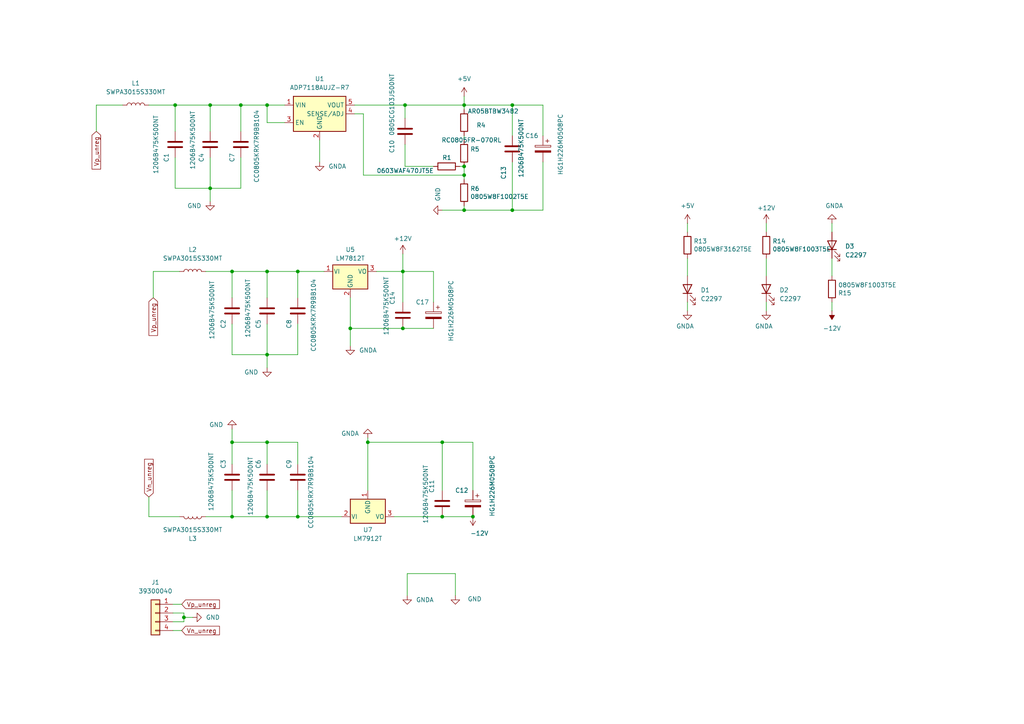
<source format=kicad_sch>
(kicad_sch (version 20250114) (generator "eeschema") (generator_version "9.0")
  (paper "A4")
  (lib_symbols
    (symbol "Connector_Generic:Conn_01x04" (pin_names (offset 1.016) (hide yes))
      (property "Reference" "J" (at 0 5.08 0))
      (property "Value" "Conn_01x04" (at 0 -7.62 0))
      (symbol "Conn_01x04_1_1"
        (rectangle (start -1.27 3.81) (end 1.27 -6.35) (stroke (width 0.254)) (fill (type background)))
        (rectangle (start -1.27 2.667) (end 0 2.413) (stroke (width 0.1524)))
        (rectangle (start -1.27 0.127) (end 0 -0.127) (stroke (width 0.1524)))
        (rectangle (start -1.27 -2.413) (end 0 -2.667) (stroke (width 0.1524)))
        (rectangle (start -1.27 -4.953) (end 0 -5.207) (stroke (width 0.1524)))
        (pin passive line (at -5.08 2.54 0) (length 3.81) (name "Pin_1") (number "1"))
        (pin passive line (at -5.08 0 0) (length 3.81) (name "Pin_2") (number "2"))
        (pin passive line (at -5.08 -2.54 0) (length 3.81) (name "Pin_3") (number "3"))
        (pin passive line (at -5.08 -5.08 0) (length 3.81) (name "Pin_4") (number "4"))
      )
    )
    (symbol "Device:C" (pin_numbers (hide yes)) (pin_names (offset 0.254))
      (property "Reference" "C" (at 0.635 2.54 0))
      (property "Value" "C" (at 0.635 -2.54 0))
      (symbol "C_0_1"
        (polyline (pts (xy -2.032 0.762) (xy 2.032 0.762)) (stroke (width 0.508)))
        (polyline (pts (xy -2.032 -0.762) (xy 2.032 -0.762)) (stroke (width 0.508)))
      )
      (symbol "C_1_1"
        (pin passive line (at 0 3.81 270) (length 2.794) (name "~") (number "1"))
        (pin passive line (at 0 -3.81 90) (length 2.794) (name "~") (number "2"))
      )
    )
    (symbol "Device:C_Polarized" (pin_numbers (hide yes)) (pin_names (offset 0.254))
      (property "Reference" "C" (at 0.635 2.54 0))
      (property "Value" "C_Polarized" (at 0.635 -2.54 0))
      (symbol "C_Polarized_0_1"
        (rectangle (start -2.286 0.508) (end 2.286 1.016))
        (polyline (pts (xy -1.778 2.286) (xy -0.762 2.286)))
        (polyline (pts (xy -1.27 2.794) (xy -1.27 1.778)))
        (rectangle (start 2.286 -0.508) (end -2.286 -1.016) (fill (type outline)))
      )
      (symbol "C_Polarized_1_1"
        (pin passive line (at 0 3.81 270) (length 2.794) (name "~") (number "1"))
        (pin passive line (at 0 -3.81 90) (length 2.794) (name "~") (number "2"))
      )
    )
    (symbol "Device:L" (pin_numbers (hide yes)) (pin_names (offset 1.016) (hide yes))
      (property "Reference" "L" (at -1.27 0 90))
      (property "Value" "L" (at 1.905 0 90))
      (symbol "L_0_1"
        (arc (start 0 2.54) (mid 0.6323 1.905) (end 0 1.27))
        (arc (start 0 1.27) (mid 0.6323 0.635) (end 0 0))
        (arc (start 0 0) (mid 0.6323 -0.635) (end 0 -1.27))
        (arc (start 0 -1.27) (mid 0.6323 -1.905) (end 0 -2.54))
      )
      (symbol "L_1_1"
        (pin passive line (at 0 3.81 270) (length 1.27) (name "1") (number "1"))
        (pin passive line (at 0 -3.81 90) (length 1.27) (name "2") (number "2"))
      )
    )
    (symbol "Device:LED" (pin_numbers (hide yes)) (pin_names (offset 1.016) (hide yes))
      (property "Reference" "D" (at 0 2.54 0))
      (property "Value" "LED" (at 0 -2.54 0))
      (symbol "LED_0_1"
        (polyline (pts (xy -3.048 -0.762) (xy -4.572 -2.286) (xy -3.81 -2.286) (xy -4.572 -2.286) (xy -4.572 -1.524)))
        (polyline (pts (xy -1.778 -0.762) (xy -3.302 -2.286) (xy -2.54 -2.286) (xy -3.302 -2.286) (xy -3.302 -1.524)))
        (polyline (pts (xy -1.27 0) (xy 1.27 0)))
        (polyline (pts (xy -1.27 -1.27) (xy -1.27 1.27)) (stroke (width 0.254)))
        (polyline (pts (xy 1.27 -1.27) (xy 1.27 1.27) (xy -1.27 0) (xy 1.27 -1.27)) (stroke (width 0.254)))
      )
      (symbol "LED_1_1"
        (pin passive line (at -3.81 0 0) (length 2.54) (name "K") (number "1"))
        (pin passive line (at 3.81 0 180) (length 2.54) (name "A") (number "2"))
      )
    )
    (symbol "Device:R" (pin_numbers (hide yes)) (pin_names (offset 0))
      (property "Reference" "R" (at 2.032 0 90))
      (property "Value" "R" (at 0 0 90))
      (symbol "R_0_1"
        (rectangle (start -1.016 -2.54) (end 1.016 2.54) (stroke (width 0.254)))
      )
      (symbol "R_1_1"
        (pin passive line (at 0 3.81 270) (length 1.27) (name "~") (number "1"))
        (pin passive line (at 0 -3.81 90) (length 1.27) (name "~") (number "2"))
      )
    )
    (symbol "Regulator_Linear:ADP7142AUJZ"
      (property "Reference" "U" (at 0 8.89 0))
      (property "Value" "ADP7142AUJZ" (at 0 6.35 0))
      (symbol "ADP7142AUJZ_0_1"
        (rectangle (start -7.62 5.08) (end 7.62 -5.08) (stroke (width 0.254)) (fill (type background)))
      )
      (symbol "ADP7142AUJZ_1_1"
        (pin power_in line (at -10.16 2.54 0) (length 2.54) (name "VIN") (number "1"))
        (pin input line (at -10.16 -2.54 0) (length 2.54) (name "EN") (number "3"))
        (pin power_in line (at 0 -7.62 90) (length 2.54) (name "GND") (number "2"))
        (pin power_out line (at 10.16 2.54 180) (length 2.54) (name "VOUT") (number "5"))
        (pin input line (at 10.16 0 180) (length 2.54) (name "SENSE/ADJ") (number "4"))
      )
    )
    (symbol "Regulator_Linear:LM7812_TO220" (pin_names (offset 0.254))
      (property "Reference" "U" (at -3.81 3.175 0))
      (property "Value" "LM7812_TO220" (at 0 3.175 0))
      (symbol "LM7812_TO220_0_1"
        (rectangle (start -5.08 1.905) (end 5.08 -5.08) (stroke (width 0.254)) (fill (type background)))
      )
      (symbol "LM7812_TO220_1_1"
        (pin power_in line (at -7.62 0 0) (length 2.54) (name "VI") (number "1"))
        (pin power_in line (at 0 -7.62 90) (length 2.54) (name "GND") (number "2"))
        (pin power_out line (at 7.62 0 180) (length 2.54) (name "VO") (number "3"))
      )
    )
    (symbol "Regulator_Linear:LM7912_TO220" (pin_names (offset 0.254))
      (property "Reference" "U" (at -3.81 -3.175 0))
      (property "Value" "LM7912_TO220" (at 0 -3.175 0))
      (symbol "LM7912_TO220_0_1"
        (rectangle (start -5.08 5.08) (end 5.08 -1.905) (stroke (width 0.254)) (fill (type background)))
      )
      (symbol "LM7912_TO220_1_1"
        (pin power_in line (at -7.62 0 0) (length 2.54) (name "VI") (number "2"))
        (pin power_in line (at 0 7.62 270) (length 2.54) (name "GND") (number "1"))
        (pin power_out line (at 7.62 0 180) (length 2.54) (name "VO") (number "3"))
      )
    )
    (symbol "power:+12V" (power) (pin_numbers (hide yes)) (pin_names (offset 0) (hide yes))
      (property "Value" "+12V" (at 0 3.556 0))
      (symbol "+12V_0_1"
        (polyline (pts (xy -0.762 1.27) (xy 0 2.54)))
        (polyline (pts (xy 0 2.54) (xy 0.762 1.27)))
        (polyline (pts (xy 0 0) (xy 0 2.54)))
      )
      (symbol "+12V_1_1"
        (pin power_in line (at 0 0 90) (length 0) (name "~") (number "1"))
      )
    )
    (symbol "power:-12V" (power) (pin_numbers (hide yes)) (pin_names (offset 0) (hide yes))
      (property "Value" "-12V" (at 0 3.556 0))
      (symbol "-12V_0_0"
        (pin power_in line (at 0 0 90) (length 0) (name "~") (number "1"))
      )
      (symbol "-12V_0_1"
        (polyline (pts (xy 0 0) (xy 0 1.27) (xy 0.762 1.27) (xy 0 2.54) (xy -0.762 1.27) (xy 0 1.27)) (fill (type outline)))
      )
    )
    (symbol "power:GND" (power) (pin_names (offset 0))
      (property "Value" "GND" (at 0 -3.81 0))
      (symbol "GND_0_1"
        (polyline (pts (xy 0 0) (xy 0 -1.27) (xy 1.27 -1.27) (xy 0 -2.54) (xy -1.27 -1.27) (xy 0 -1.27)))
      )
      (symbol "GND_1_1"
        (pin power_in line (at 0 0 270) (length 0) (hide yes) (name "GND") (number "1"))
      )
    )
  )
  (junction (at 101.6 95.25))
  (junction (at 106.68 128.27))
  (junction (at 134.62 60.96))
  (junction (at 53.34 179.07))
  (junction (at 60.96 30.48))
  (junction (at 86.36 78.74))
  (junction (at 116.84 78.74))
  (junction (at 134.62 48.26))
  (junction (at 67.31 149.86))
  (junction (at 67.31 78.74))
  (junction (at 77.47 149.86))
  (junction (at 134.62 30.48))
  (junction (at 67.31 128.27))
  (junction (at 148.59 30.48))
  (junction (at 60.96 54.61))
  (junction (at 77.47 30.48))
  (junction (at 117.475 30.48))
  (junction (at 128.27 149.86))
  (junction (at 134.62 50.8))
  (junction (at 148.59 60.96))
  (junction (at 69.85 30.48))
  (junction (at 116.84 95.25))
  (junction (at 137.16 149.86))
  (junction (at 77.47 102.87))
  (junction (at 50.8 30.48))
  (junction (at 86.36 149.86))
  (junction (at 77.47 78.74))
  (junction (at 77.47 128.27))
  (junction (at 128.27 128.27))
  (wire (pts (xy 148.59 60.96) (xy 157.48 60.96)))
  (wire (pts (xy 77.47 35.56) (xy 77.47 30.48)))
  (wire (pts (xy 137.16 128.27) (xy 137.16 142.24)))
  (wire (pts (xy 86.36 93.98) (xy 86.36 102.87)))
  (wire (pts (xy 86.36 128.27) (xy 77.47 128.27)))
  (wire (pts (xy 77.47 149.86) (xy 86.36 149.86)))
  (wire (pts (xy 106.68 128.27) (xy 106.68 142.24)))
  (wire (pts (xy 134.62 27.94) (xy 134.62 30.48)))
  (wire (pts (xy 86.36 102.87) (xy 77.47 102.87)))
  (wire (pts (xy 52.07 78.74) (xy 44.45 78.74)))
  (wire (pts (xy 101.6 95.25) (xy 116.84 95.25)))
  (wire (pts (xy 77.47 102.87) (xy 67.31 102.87)))
  (wire (pts (xy 105.41 33.02) (xy 105.41 50.8)))
  (wire (pts (xy 60.96 54.61) (xy 50.8 54.61)))
  (wire (pts (xy 69.85 38.1) (xy 69.85 30.48)))
  (wire (pts (xy 67.31 149.86) (xy 77.47 149.86)))
  (wire (pts (xy 133.35 48.26) (xy 134.62 48.26)))
  (wire (pts (xy 102.87 30.48) (xy 117.475 30.48)))
  (wire (pts (xy 106.68 127) (xy 106.68 128.27)))
  (wire (pts (xy 86.36 78.74) (xy 93.98 78.74)))
  (wire (pts (xy 134.62 52.07) (xy 134.62 50.8)))
  (wire (pts (xy 82.55 35.56) (xy 77.47 35.56)))
  (wire (pts (xy 116.84 78.74) (xy 116.84 87.63)))
  (wire (pts (xy 128.27 128.27) (xy 128.27 142.24)))
  (wire (pts (xy 241.3 80.01) (xy 241.3 74.93)))
  (wire (pts (xy 116.84 95.25) (xy 125.73 95.25)))
  (wire (pts (xy 53.34 180.34) (xy 50.165 180.34)))
  (wire (pts (xy 148.59 30.48) (xy 157.48 30.48)))
  (wire (pts (xy 60.96 38.1) (xy 60.96 30.48)))
  (wire (pts (xy 77.47 134.62) (xy 77.47 128.27)))
  (wire (pts (xy 222.25 64.77) (xy 222.25 67.31)))
  (wire (pts (xy 128.27 128.27) (xy 137.16 128.27)))
  (wire (pts (xy 44.45 78.74) (xy 44.45 86.36)))
  (wire (pts (xy 86.36 142.24) (xy 86.36 149.86)))
  (wire (pts (xy 134.62 60.96) (xy 148.59 60.96)))
  (wire (pts (xy 222.25 74.93) (xy 222.25 80.01)))
  (wire (pts (xy 241.3 90.17) (xy 241.3 87.63)))
  (wire (pts (xy 77.47 86.36) (xy 77.47 78.74)))
  (wire (pts (xy 157.48 46.99) (xy 157.48 60.96)))
  (wire (pts (xy 50.8 30.48) (xy 50.8 38.1)))
  (wire (pts (xy 53.34 179.07) (xy 55.88 179.07)))
  (wire (pts (xy 67.31 149.86) (xy 67.31 142.24)))
  (wire (pts (xy 69.85 30.48) (xy 77.47 30.48)))
  (wire (pts (xy 125.73 78.74) (xy 125.73 87.63)))
  (wire (pts (xy 118.11 172.72) (xy 118.11 166.37)))
  (wire (pts (xy 52.705 175.26) (xy 50.165 175.26)))
  (wire (pts (xy 241.3 67.31) (xy 241.3 64.77)))
  (wire (pts (xy 69.85 54.61) (xy 60.96 54.61)))
  (wire (pts (xy 117.475 41.91) (xy 117.475 48.26)))
  (wire (pts (xy 60.96 30.48) (xy 69.85 30.48)))
  (wire (pts (xy 77.47 142.24) (xy 77.47 149.86)))
  (wire (pts (xy 101.6 100.33) (xy 101.6 95.25)))
  (wire (pts (xy 59.69 149.86) (xy 67.31 149.86)))
  (wire (pts (xy 109.22 78.74) (xy 116.84 78.74)))
  (wire (pts (xy 67.31 93.98) (xy 67.31 102.87)))
  (wire (pts (xy 116.84 78.74) (xy 125.73 78.74)))
  (wire (pts (xy 199.39 87.63) (xy 199.39 90.17)))
  (wire (pts (xy 134.62 31.75) (xy 134.62 30.48)))
  (wire (pts (xy 77.47 102.87) (xy 77.47 106.68)))
  (wire (pts (xy 77.47 93.98) (xy 77.47 102.87)))
  (wire (pts (xy 43.18 30.48) (xy 50.8 30.48)))
  (wire (pts (xy 102.87 33.02) (xy 105.41 33.02)))
  (wire (pts (xy 52.705 182.88) (xy 50.165 182.88)))
  (wire (pts (xy 86.36 149.86) (xy 99.06 149.86)))
  (wire (pts (xy 86.36 134.62) (xy 86.36 128.27)))
  (wire (pts (xy 134.62 48.26) (xy 134.62 50.8)))
  (wire (pts (xy 43.18 144.145) (xy 43.18 149.86)))
  (wire (pts (xy 132.08 166.37) (xy 132.08 172.72)))
  (wire (pts (xy 86.36 86.36) (xy 86.36 78.74)))
  (wire (pts (xy 148.59 30.48) (xy 148.59 39.37)))
  (wire (pts (xy 60.96 45.72) (xy 60.96 54.61)))
  (wire (pts (xy 105.41 50.8) (xy 134.62 50.8)))
  (wire (pts (xy 92.71 46.99) (xy 92.71 40.64)))
  (wire (pts (xy 128.27 128.27) (xy 106.68 128.27)))
  (wire (pts (xy 134.62 60.96) (xy 134.62 59.69)))
  (wire (pts (xy 222.25 87.63) (xy 222.25 90.17)))
  (wire (pts (xy 77.47 78.74) (xy 86.36 78.74)))
  (wire (pts (xy 43.18 149.86) (xy 52.07 149.86)))
  (wire (pts (xy 134.62 39.37) (xy 134.62 40.64)))
  (wire (pts (xy 77.47 128.27) (xy 67.31 128.27)))
  (wire (pts (xy 128.27 149.86) (xy 137.16 149.86)))
  (wire (pts (xy 82.55 30.48) (xy 77.47 30.48)))
  (wire (pts (xy 128.27 60.96) (xy 134.62 60.96)))
  (wire (pts (xy 157.48 30.48) (xy 157.48 39.37)))
  (wire (pts (xy 67.31 134.62) (xy 67.31 128.27)))
  (wire (pts (xy 101.6 95.25) (xy 101.6 86.36)))
  (wire (pts (xy 27.94 30.48) (xy 27.94 38.1)))
  (wire (pts (xy 53.34 177.8) (xy 50.165 177.8)))
  (wire (pts (xy 114.3 149.86) (xy 128.27 149.86)))
  (wire (pts (xy 117.475 30.48) (xy 117.475 34.29)))
  (wire (pts (xy 53.34 177.8) (xy 53.34 179.07)))
  (wire (pts (xy 117.475 30.48) (xy 134.62 30.48)))
  (wire (pts (xy 67.31 128.27) (xy 67.31 124.46)))
  (wire (pts (xy 199.39 74.93) (xy 199.39 80.01)))
  (wire (pts (xy 116.84 73.66) (xy 116.84 78.74)))
  (wire (pts (xy 117.475 48.26) (xy 125.73 48.26)))
  (wire (pts (xy 148.59 46.99) (xy 148.59 60.96)))
  (wire (pts (xy 67.31 78.74) (xy 77.47 78.74)))
  (wire (pts (xy 67.31 78.74) (xy 67.31 86.36)))
  (wire (pts (xy 50.8 30.48) (xy 60.96 30.48)))
  (wire (pts (xy 69.85 45.72) (xy 69.85 54.61)))
  (wire (pts (xy 134.62 30.48) (xy 148.59 30.48)))
  (wire (pts (xy 35.56 30.48) (xy 27.94 30.48)))
  (wire (pts (xy 50.8 45.72) (xy 50.8 54.61)))
  (wire (pts (xy 53.34 179.07) (xy 53.34 180.34)))
  (wire (pts (xy 59.69 78.74) (xy 67.31 78.74)))
  (wire (pts (xy 118.11 166.37) (xy 132.08 166.37)))
  (wire (pts (xy 60.96 54.61) (xy 60.96 58.42)))
  (wire (pts (xy 199.39 64.77) (xy 199.39 67.31)))
  (global_label "Vp_unreg" (shape input) (at 52.705 175.26 0) (property "Intersheetrefs" "${INTERSHEET_REFS}" (effects (hide yes))))
  (global_label "Vp_unreg" (shape input) (at 44.45 86.36 270) (property "Intersheetrefs" "${INTERSHEET_REFS}" (effects (hide yes))))
  (global_label "Vp_unreg" (shape input) (at 27.94 38.1 270) (property "Intersheetrefs" "${INTERSHEET_REFS}" (effects (hide yes))))
  (global_label "Vn_unreg" (shape input) (at 43.18 144.145 90) (property "Intersheetrefs" "${INTERSHEET_REFS}" (effects (hide yes))))
  (global_label "Vn_unreg" (shape input) (at 52.705 182.88 0) (property "Intersheetrefs" "${INTERSHEET_REFS}" (effects (hide yes))))
  (symbol (lib_id "Regulator_Linear:LM7912_TO220") (at 106.68 149.86 0) (unit 1)
    (property "Reference" "U7" (at 106.68 153.67 0))
    (property "Value" "LM7912T" (at 106.68 156.21 0))
    (property "Footprint" "Package_TO_SOT_THT:TO-220-3_Vertical" (effects (hide yes)))
    (property "Datasheet" "hhttps://www.onsemi.com/pub/Collateral/MC7900-D.PDF" (effects (hide yes)))
    (property "Description" "Negative 1A 35V Linear Regulator, Fixed Output 12V, TO-220" (effects (hide yes)))
  )
  (symbol (lib_id "Device:C") (at 148.59 43.18 0) (unit 1)
    (property "Reference" "C13" (at 146.05 52.07 90) (effects (justify left)))
    (property "Value" "1206B475K500NT" (at 151.13 51.562 90) (effects (justify left)))
    (property "Footprint" "Capacitor_SMD:C_1206_3216Metric_Pad1.33x1.80mm_HandSolder" (effects (hide yes)))
  )
  (symbol (lib_id "Device:L") (at 55.88 149.86 90) (mirror x) (unit 1)
    (property "Reference" "L3" (at 55.88 156.21 90))
    (property "Value" "SWPA3015S330MT" (at 55.88 153.67 90))
    (property "Footprint" "Inductor_SMD:L_Taiyo-Yuden_MD-3030" (effects (hide yes)))
  )
  (symbol (lib_id "power:GND") (at 60.96 58.42 0) (unit 1)
    (property "Reference" "#PWR03" (effects (hide yes)))
    (property "Value" "GND" (at 58.42 59.6901 0) (effects (justify right)))
  )
  (symbol (lib_id "Device:LED") (at 241.3 71.12 90) (unit 1)
    (property "Reference" "D3" (at 245.11 71.4374 90) (effects (justify right)))
    (property "Value" "C2297" (at 245.11 73.9774 90) (effects (justify right)))
    (property "Footprint" "LED_SMD:LED_0805_2012Metric" (effects (hide yes)))
  )
  (symbol (lib_id "Device:C_Polarized") (at 125.73 91.44 0) (mirror y) (unit 1)
    (property "Reference" "C17" (at 124.46 87.63 0) (effects (justify left)))
    (property "Value" "HG1H226M0508PC" (at 130.81 99.06 90) (effects (justify left)))
    (property "Footprint" "Capacitor_THT:CP_Radial_D5.0mm_P2.00mm" (effects (hide yes)))
  )
  (symbol (lib_id "Device:C") (at 67.31 90.17 0) (mirror y) (unit 1)
    (property "Reference" "C2" (at 64.77 93.98 90))
    (property "Value" "1206B475K500NT" (at 61.468 89.916 90))
    (property "Footprint" "Capacitor_SMD:C_1206_3216Metric_Pad1.33x1.80mm_HandSolder" (effects (hide yes)))
  )
  (symbol (lib_id "Device:C") (at 60.96 41.91 0) (mirror y) (unit 1)
    (property "Reference" "C4" (at 58.42 45.72 90))
    (property "Value" "1206B475K500NT" (at 55.88 40.64 90))
    (property "Footprint" "Capacitor_SMD:C_1206_3216Metric_Pad1.33x1.80mm_HandSolder" (effects (hide yes)))
  )
  (symbol (lib_id "Device:R") (at 134.62 44.45 0) (mirror y) (unit 1)
    (property "Reference" "R5" (at 136.398 43.2816 0) (effects (justify right)))
    (property "Value" "RC0805FR-070RL" (at 128.016 40.64 0) (effects (justify right)))
    (property "Footprint" "Resistor_SMD:R_0805_2012Metric" (effects (hide yes)))
  )
  (symbol (lib_id "power:GND") (at 118.11 172.72 0) (unit 1)
    (property "Reference" "#PWR08" (effects (hide yes)))
    (property "Value" "GNDA" (at 120.65 173.9899 0) (effects (justify left)))
  )
  (symbol (lib_id "Device:C_Polarized") (at 137.16 146.05 0) (mirror y) (unit 1)
    (property "Reference" "C12" (at 135.89 142.24 0) (effects (justify left)))
    (property "Value" "HG1H226M0508PC" (at 142.748 149.86 90) (effects (justify left)))
    (property "Footprint" "Capacitor_THT:CP_Radial_D5.0mm_P2.00mm" (effects (hide yes)))
  )
  (symbol (lib_id "power:-12V") (at 241.3 90.17 180) (unit 1)
    (property "Reference" "#PWR021" (effects (hide yes)))
    (property "Value" "-12V" (at 241.3 95.25 0))
    (property "Description" "Power symbol creates a global label with name \"-12V\"" (effects (hide yes)))
  )
  (symbol (lib_id "Device:L") (at 39.37 30.48 90) (unit 1)
    (property "Reference" "L1" (at 39.37 24.13 90))
    (property "Value" "SWPA3015S330MT" (at 39.37 26.67 90))
    (property "Footprint" "Inductor_SMD:L_Taiyo-Yuden_MD-3030" (effects (hide yes)))
  )
  (symbol (lib_id "power:+12V") (at 199.39 64.77 0) (unit 1)
    (property "Reference" "#PWR016" (effects (hide yes)))
    (property "Value" "+5V" (at 199.39 59.69 0))
    (property "Description" "Power symbol creates a global label with name \"+12V\"" (effects (hide yes)))
  )
  (symbol (lib_id "Device:R") (at 199.39 71.12 0) (mirror y) (unit 1)
    (property "Reference" "R13" (at 201.168 69.9516 0) (effects (justify right)))
    (property "Value" "0805W8F3162T5E" (at 201.168 72.263 0) (effects (justify right)))
    (property "Footprint" "Resistor_SMD:R_0805_2012Metric" (effects (hide yes)))
  )
  (symbol (lib_id "Device:R") (at 222.25 71.12 0) (mirror y) (unit 1)
    (property "Reference" "R14" (at 224.028 69.9516 0) (effects (justify right)))
    (property "Value" "0805W8F1003T5E" (at 224.028 72.263 0) (effects (justify right)))
    (property "Footprint" "Resistor_SMD:R_0805_2012Metric" (effects (hide yes)))
  )
  (symbol (lib_id "Device:C") (at 69.85 41.91 0) (mirror y) (unit 1)
    (property "Reference" "C7" (at 67.31 45.72 90))
    (property "Value" "CC0805KRX7R9BB104" (at 74.422 42.418 90))
    (property "Footprint" "Capacitor_SMD:C_0805_2012Metric" (effects (hide yes)))
  )
  (symbol (lib_id "power:+12V") (at 137.16 149.86 180) (unit 1)
    (property "Reference" "#PWR011" (effects (hide yes)))
    (property "Value" "-12V" (at 136.398 154.686 0) (effects (justify right)))
    (property "Description" "Power symbol creates a global label with name \"+12V\"" (effects (hide yes)))
  )
  (symbol (lib_id "Device:LED") (at 199.39 83.82 90) (unit 1)
    (property "Reference" "D1" (at 203.2 84.1374 90) (effects (justify right)))
    (property "Value" "C2297" (at 203.2 86.6774 90) (effects (justify right)))
    (property "Footprint" "LED_SMD:LED_0805_2012Metric" (effects (hide yes)))
  )
  (symbol (lib_id "Device:L") (at 55.88 78.74 90) (unit 1)
    (property "Reference" "L2" (at 55.88 72.39 90))
    (property "Value" "SWPA3015S330MT" (at 55.88 74.93 90))
    (property "Footprint" "Inductor_SMD:L_Taiyo-Yuden_MD-3030" (effects (hide yes)))
  )
  (symbol (lib_id "power:GND") (at 106.68 127 0) (mirror x) (unit 1)
    (property "Reference" "#PWR07" (effects (hide yes)))
    (property "Value" "GNDA" (at 104.14 125.7299 0) (effects (justify right)))
  )
  (symbol (lib_id "Device:R") (at 134.62 35.56 0) (mirror y) (unit 1)
    (property "Reference" "R4" (at 138.176 36.322 0) (effects (justify right)))
    (property "Value" "AR05BTBW3482" (at 135.636 32.258 0) (effects (justify right)))
    (property "Footprint" "Resistor_SMD:R_0805_2012Metric" (effects (hide yes)))
  )
  (symbol (lib_id "Device:C") (at 50.8 41.91 0) (mirror y) (unit 1)
    (property "Reference" "C1" (at 48.26 45.72 90))
    (property "Value" "1206B475K500NT" (at 45.212 41.91 90))
    (property "Footprint" "Capacitor_SMD:C_1206_3216Metric_Pad1.33x1.80mm_HandSolder" (effects (hide yes)))
  )
  (symbol (lib_id "power:GND") (at 199.39 90.17 0) (unit 1)
    (property "Reference" "#PWR017" (effects (hide yes)))
    (property "Value" "GNDA" (at 201.295 94.615 0) (effects (justify right)))
  )
  (symbol (lib_id "power:GND") (at 241.3 64.77 180) (unit 1)
    (property "Reference" "#PWR020" (effects (hide yes)))
    (property "Value" "GNDA" (at 239.395 59.69 0) (effects (justify right)))
  )
  (symbol (lib_id "Device:C") (at 117.475 38.1 0) (unit 1)
    (property "Reference" "C10" (at 113.665 44.45 90) (effects (justify left)))
    (property "Value" "0805CG103J500NT" (at 113.665 39.37 90) (effects (justify left)))
    (property "Footprint" "Capacitor_SMD:C_0805_2012Metric" (effects (hide yes)))
  )
  (symbol (lib_id "Device:R") (at 134.62 55.88 0) (mirror y) (unit 1)
    (property "Reference" "R6" (at 136.398 54.7116 0) (effects (justify right)))
    (property "Value" "0805W8F1002T5E" (at 136.398 57.023 0) (effects (justify right)))
    (property "Footprint" "Resistor_SMD:R_0805_2012Metric" (effects (hide yes)))
  )
  (symbol (lib_id "Regulator_Linear:ADP7142AUJZ") (at 92.71 33.02 0) (unit 1)
    (property "Reference" "U1" (at 92.71 22.86 0))
    (property "Value" "ADP7118AUJZ-R7" (at 92.71 25.4 0))
    (property "Footprint" "Package_TO_SOT_SMD:TSOT-23-5" (effects (hide yes)))
    (property "Datasheet" "https://www.analog.com/media/en/technical-documentation/data-sheets/ADP7142.pdf" (effects (hide yes)))
  )
  (symbol (lib_id "power:GND") (at 132.08 172.72 0) (unit 1)
    (property "Reference" "#PWR09" (effects (hide yes)))
    (property "Value" "GND" (at 137.668 173.736 0))
  )
  (symbol (lib_id "Device:C_Polarized") (at 157.48 43.18 0) (mirror y) (unit 1)
    (property "Reference" "C16" (at 156.21 39.37 0) (effects (justify left)))
    (property "Value" "HG1H226M0508PC" (at 162.56 50.8 90) (effects (justify left)))
    (property "Footprint" "Capacitor_THT:CP_Radial_D5.0mm_P2.00mm" (effects (hide yes)))
  )
  (symbol (lib_id "power:GND") (at 101.6 100.33 0) (unit 1)
    (property "Reference" "#PWR06" (effects (hide yes)))
    (property "Value" "GNDA" (at 104.14 101.5999 0) (effects (justify left)))
  )
  (symbol (lib_id "Device:C") (at 86.36 138.43 180) (unit 1)
    (property "Reference" "C9" (at 83.82 134.62 90))
    (property "Value" "CC0805KRX7R9BB104" (at 90.17 142.748 90))
    (property "Footprint" "Capacitor_SMD:C_0805_2012Metric" (effects (hide yes)))
  )
  (symbol (lib_id "Device:R") (at 241.3 83.82 180) (unit 1)
    (property "Reference" "R15" (at 243.078 84.9884 0) (effects (justify right)))
    (property "Value" "0805W8F1003T5E" (at 243.078 82.677 0) (effects (justify right)))
    (property "Footprint" "Resistor_SMD:R_0805_2012Metric" (effects (hide yes)))
  )
  (symbol (lib_id "power:GND") (at 55.88 179.07 90) (unit 1)
    (property "Reference" "#PWR01" (effects (hide yes)))
    (property "Value" "GND" (at 59.69 179.07 90) (effects (justify right)))
  )
  (symbol (lib_id "Device:C") (at 86.36 90.17 0) (mirror y) (unit 1)
    (property "Reference" "C8" (at 83.82 93.98 90))
    (property "Value" "CC0805KRX7R9BB104" (at 90.932 91.44 90))
    (property "Footprint" "Capacitor_SMD:C_0805_2012Metric" (effects (hide yes)))
  )
  (symbol (lib_id "Device:C") (at 77.47 90.17 0) (mirror y) (unit 1)
    (property "Reference" "C5" (at 74.93 93.98 90))
    (property "Value" "1206B475K500NT" (at 71.882 89.408 90))
    (property "Footprint" "Capacitor_SMD:C_1206_3216Metric_Pad1.33x1.80mm_HandSolder" (effects (hide yes)))
  )
  (symbol (lib_id "Device:C") (at 128.27 146.05 0) (unit 1)
    (property "Reference" "C11" (at 125.222 143.002 90) (effects (justify left)))
    (property "Value" "1206B475K500NT" (at 123.444 151.892 90) (effects (justify left)))
    (property "Footprint" "Capacitor_SMD:C_1206_3216Metric_Pad1.33x1.80mm_HandSolder" (effects (hide yes)))
  )
  (symbol (lib_id "power:GND") (at 222.25 90.17 0) (unit 1)
    (property "Reference" "#PWR019" (effects (hide yes)))
    (property "Value" "GNDA" (at 224.155 94.615 0) (effects (justify right)))
  )
  (symbol (lib_id "Device:C") (at 77.47 138.43 180) (unit 1)
    (property "Reference" "C6" (at 74.93 134.62 90))
    (property "Value" "1206B475K500NT" (at 72.644 140.97 90))
    (property "Footprint" "Capacitor_SMD:C_1206_3216Metric_Pad1.33x1.80mm_HandSolder" (effects (hide yes)))
  )
  (symbol (lib_id "power:GND") (at 128.27 60.96 270) (unit 1)
    (property "Reference" "#PWR010" (effects (hide yes)))
    (property "Value" "GND" (at 126.9999 58.42 0) (effects (justify right)))
  )
  (symbol (lib_id "Regulator_Linear:LM7812_TO220") (at 101.6 78.74 0) (unit 1)
    (property "Reference" "U5" (at 101.6 72.39 0))
    (property "Value" "LM7812T" (at 101.6 74.93 0))
    (property "Footprint" "Package_TO_SOT_THT:TO-220-3_Vertical" (effects (hide yes)))
    (property "Datasheet" "https://www.onsemi.cn/PowerSolutions/document/MC7800-D.PDF" (effects (hide yes)))
    (property "Description" "Positive 1A 35V Linear Regulator, Fixed Output 12V, TO-220" (effects (hide yes)))
  )
  (symbol (lib_id "Device:C") (at 116.84 91.44 0) (unit 1)
    (property "Reference" "C14" (at 113.792 88.392 90) (effects (justify left)))
    (property "Value" "1206B475K500NT" (at 112.014 97.282 90) (effects (justify left)))
    (property "Footprint" "Capacitor_SMD:C_1206_3216Metric_Pad1.33x1.80mm_HandSolder" (effects (hide yes)))
  )
  (symbol (lib_id "power:+12V") (at 116.84 73.66 0) (unit 1)
    (property "Reference" "#PWR014" (effects (hide yes)))
    (property "Value" "+12V" (at 116.84 69.215 0))
    (property "Description" "Power symbol creates a global label with name \"+12V\"" (effects (hide yes)))
  )
  (symbol (lib_id "power:GND") (at 92.71 46.99 0) (unit 1)
    (property "Reference" "#PWR05" (effects (hide yes)))
    (property "Value" "GNDA" (at 95.25 48.2599 0) (effects (justify left)))
  )
  (symbol (lib_id "Device:LED") (at 222.25 83.82 90) (unit 1)
    (property "Reference" "D2" (at 226.06 84.1374 90) (effects (justify right)))
    (property "Value" "C2297" (at 226.06 86.6774 90) (effects (justify right)))
    (property "Footprint" "LED_SMD:LED_0805_2012Metric" (effects (hide yes)))
  )
  (symbol (lib_id "Device:C") (at 67.31 138.43 180) (unit 1)
    (property "Reference" "C3" (at 64.77 134.62 90))
    (property "Value" "1206B475K500NT" (at 61.214 139.7 90))
    (property "Footprint" "Capacitor_SMD:C_1206_3216Metric_Pad1.33x1.80mm_HandSolder" (effects (hide yes)))
  )
  (symbol (lib_id "power:+12V") (at 134.62 27.94 0) (unit 1)
    (property "Reference" "#PWR013" (effects (hide yes)))
    (property "Value" "+5V" (at 134.62 22.86 0))
    (property "Description" "Power symbol creates a global label with name \"+12V\"" (effects (hide yes)))
  )
  (symbol (lib_id "power:GND") (at 77.47 106.68 0) (unit 1)
    (property "Reference" "#PWR04" (effects (hide yes)))
    (property "Value" "GND" (at 74.93 107.9501 0) (effects (justify right)))
  )
  (symbol (lib_id "power:GND") (at 67.31 124.46 0) (mirror x) (unit 1)
    (property "Reference" "#PWR02" (effects (hide yes)))
    (property "Value" "GND" (at 64.77 123.1899 0) (effects (justify right)))
  )
  (symbol (lib_id "Device:R") (at 129.54 48.26 90) (mirror x) (unit 1)
    (property "Reference" "R1" (at 128.27 45.72 90) (effects (justify right)))
    (property "Value" "0603WAF470JT5E" (at 109.22 49.53 90) (effects (justify right)))
    (property "Footprint" "Resistor_SMD:R_0603_1608Metric_Pad0.98x0.95mm_HandSolder" (effects (hide yes)))
  )
  (symbol (lib_id "Connector_Generic:Conn_01x04") (at 45.085 177.8 0) (mirror y) (unit 1)
    (property "Reference" "J1" (at 45.085 168.91 0))
    (property "Value" "39300040" (at 45.085 171.45 0))
    (property "Footprint" "teensy:39-30-Y040" (effects (hide yes)))
  )
  (symbol (lib_id "power:+12V") (at 222.25 64.77 0) (unit 1)
    (property "Reference" "#PWR018" (effects (hide yes)))
    (property "Value" "+12V" (at 222.25 60.325 0))
    (property "Description" "Power symbol creates a global label with name \"+12V\"" (effects (hide yes)))
  )
)
</source>
